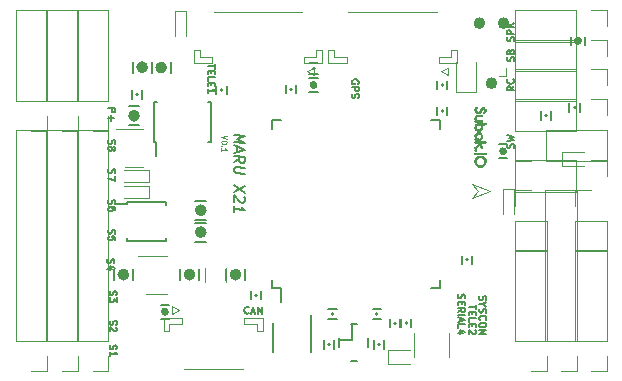
<source format=gbr>
G04 #@! TF.FileFunction,Legend,Top*
%FSLAX46Y46*%
G04 Gerber Fmt 4.6, Leading zero omitted, Abs format (unit mm)*
G04 Created by KiCad (PCBNEW 4.0.7-e2-6376~58~ubuntu16.04.1) date Mon Mar 12 00:56:02 2018*
%MOMM*%
%LPD*%
G01*
G04 APERTURE LIST*
%ADD10C,0.100000*%
%ADD11C,0.150000*%
%ADD12C,0.112500*%
%ADD13C,0.200000*%
%ADD14C,0.120000*%
%ADD15C,0.500000*%
%ADD16C,0.130000*%
%ADD17C,0.170000*%
%ADD18C,0.360000*%
%ADD19C,0.010000*%
G04 APERTURE END LIST*
D10*
D11*
X59257143Y-44157143D02*
X59228571Y-44242857D01*
X59228571Y-44385714D01*
X59257143Y-44442857D01*
X59285714Y-44471428D01*
X59342857Y-44500000D01*
X59400000Y-44500000D01*
X59457143Y-44471428D01*
X59485714Y-44442857D01*
X59514286Y-44385714D01*
X59542857Y-44271428D01*
X59571429Y-44214286D01*
X59600000Y-44185714D01*
X59657143Y-44157143D01*
X59714286Y-44157143D01*
X59771429Y-44185714D01*
X59800000Y-44214286D01*
X59828571Y-44271428D01*
X59828571Y-44414286D01*
X59800000Y-44500000D01*
X59514286Y-44871429D02*
X59228571Y-44871429D01*
X59828571Y-44671429D02*
X59514286Y-44871429D01*
X59828571Y-45071429D01*
X59257143Y-45242858D02*
X59228571Y-45328572D01*
X59228571Y-45471429D01*
X59257143Y-45528572D01*
X59285714Y-45557143D01*
X59342857Y-45585715D01*
X59400000Y-45585715D01*
X59457143Y-45557143D01*
X59485714Y-45528572D01*
X59514286Y-45471429D01*
X59542857Y-45357143D01*
X59571429Y-45300001D01*
X59600000Y-45271429D01*
X59657143Y-45242858D01*
X59714286Y-45242858D01*
X59771429Y-45271429D01*
X59800000Y-45300001D01*
X59828571Y-45357143D01*
X59828571Y-45500001D01*
X59800000Y-45585715D01*
X59285714Y-46185715D02*
X59257143Y-46157144D01*
X59228571Y-46071430D01*
X59228571Y-46014287D01*
X59257143Y-45928572D01*
X59314286Y-45871430D01*
X59371429Y-45842858D01*
X59485714Y-45814287D01*
X59571429Y-45814287D01*
X59685714Y-45842858D01*
X59742857Y-45871430D01*
X59800000Y-45928572D01*
X59828571Y-46014287D01*
X59828571Y-46071430D01*
X59800000Y-46157144D01*
X59771429Y-46185715D01*
X59828571Y-46557144D02*
X59828571Y-46671430D01*
X59800000Y-46728572D01*
X59742857Y-46785715D01*
X59628571Y-46814287D01*
X59428571Y-46814287D01*
X59314286Y-46785715D01*
X59257143Y-46728572D01*
X59228571Y-46671430D01*
X59228571Y-46557144D01*
X59257143Y-46500001D01*
X59314286Y-46442858D01*
X59428571Y-46414287D01*
X59628571Y-46414287D01*
X59742857Y-46442858D01*
X59800000Y-46500001D01*
X59828571Y-46557144D01*
X59228571Y-47071429D02*
X59828571Y-47071429D01*
X59228571Y-47414286D01*
X59828571Y-47414286D01*
X58928571Y-44957143D02*
X58928571Y-45300000D01*
X58328571Y-45128571D02*
X58928571Y-45128571D01*
X58642857Y-45500000D02*
X58642857Y-45700000D01*
X58328571Y-45785714D02*
X58328571Y-45500000D01*
X58928571Y-45500000D01*
X58928571Y-45785714D01*
X58328571Y-46328571D02*
X58328571Y-46042857D01*
X58928571Y-46042857D01*
X58642857Y-46528571D02*
X58642857Y-46728571D01*
X58328571Y-46814285D02*
X58328571Y-46528571D01*
X58928571Y-46528571D01*
X58928571Y-46814285D01*
X58871429Y-47042857D02*
X58900000Y-47071428D01*
X58928571Y-47128571D01*
X58928571Y-47271428D01*
X58900000Y-47328571D01*
X58871429Y-47357142D01*
X58814286Y-47385714D01*
X58757143Y-47385714D01*
X58671429Y-47357142D01*
X58328571Y-47014285D01*
X58328571Y-47385714D01*
X57457143Y-44028572D02*
X57428571Y-44114286D01*
X57428571Y-44257143D01*
X57457143Y-44314286D01*
X57485714Y-44342857D01*
X57542857Y-44371429D01*
X57600000Y-44371429D01*
X57657143Y-44342857D01*
X57685714Y-44314286D01*
X57714286Y-44257143D01*
X57742857Y-44142857D01*
X57771429Y-44085715D01*
X57800000Y-44057143D01*
X57857143Y-44028572D01*
X57914286Y-44028572D01*
X57971429Y-44057143D01*
X58000000Y-44085715D01*
X58028571Y-44142857D01*
X58028571Y-44285715D01*
X58000000Y-44371429D01*
X57742857Y-44628572D02*
X57742857Y-44828572D01*
X57428571Y-44914286D02*
X57428571Y-44628572D01*
X58028571Y-44628572D01*
X58028571Y-44914286D01*
X57428571Y-45514286D02*
X57714286Y-45314286D01*
X57428571Y-45171429D02*
X58028571Y-45171429D01*
X58028571Y-45400001D01*
X58000000Y-45457143D01*
X57971429Y-45485715D01*
X57914286Y-45514286D01*
X57828571Y-45514286D01*
X57771429Y-45485715D01*
X57742857Y-45457143D01*
X57714286Y-45400001D01*
X57714286Y-45171429D01*
X57428571Y-45771429D02*
X58028571Y-45771429D01*
X57600000Y-46028572D02*
X57600000Y-46314286D01*
X57428571Y-45971429D02*
X58028571Y-46171429D01*
X57428571Y-46371429D01*
X57428571Y-46857143D02*
X57428571Y-46571429D01*
X58028571Y-46571429D01*
X57828571Y-47314286D02*
X57428571Y-47314286D01*
X58057143Y-47171429D02*
X57628571Y-47028572D01*
X57628571Y-47400000D01*
X62142857Y-31614285D02*
X62171429Y-31528571D01*
X62171429Y-31385714D01*
X62142857Y-31328571D01*
X62114286Y-31300000D01*
X62057143Y-31271428D01*
X62000000Y-31271428D01*
X61942857Y-31300000D01*
X61914286Y-31328571D01*
X61885714Y-31385714D01*
X61857143Y-31500000D01*
X61828571Y-31557142D01*
X61800000Y-31585714D01*
X61742857Y-31614285D01*
X61685714Y-31614285D01*
X61628571Y-31585714D01*
X61600000Y-31557142D01*
X61571429Y-31500000D01*
X61571429Y-31357142D01*
X61600000Y-31271428D01*
X61571429Y-31071428D02*
X62171429Y-30928571D01*
X61742857Y-30814285D01*
X62171429Y-30699999D01*
X61571429Y-30557142D01*
X27828571Y-28271429D02*
X28428571Y-28271429D01*
X28428571Y-28500001D01*
X28400000Y-28557143D01*
X28371429Y-28585715D01*
X28314286Y-28614286D01*
X28228571Y-28614286D01*
X28171429Y-28585715D01*
X28142857Y-28557143D01*
X28114286Y-28500001D01*
X28114286Y-28271429D01*
X28057143Y-28871429D02*
X28057143Y-29328572D01*
X27828571Y-29100001D02*
X28285714Y-29100001D01*
X27857143Y-30942857D02*
X27828571Y-31028571D01*
X27828571Y-31171428D01*
X27857143Y-31228571D01*
X27885714Y-31257142D01*
X27942857Y-31285714D01*
X28000000Y-31285714D01*
X28057143Y-31257142D01*
X28085714Y-31228571D01*
X28114286Y-31171428D01*
X28142857Y-31057142D01*
X28171429Y-31000000D01*
X28200000Y-30971428D01*
X28257143Y-30942857D01*
X28314286Y-30942857D01*
X28371429Y-30971428D01*
X28400000Y-31000000D01*
X28428571Y-31057142D01*
X28428571Y-31200000D01*
X28400000Y-31285714D01*
X28171429Y-31628571D02*
X28200000Y-31571429D01*
X28228571Y-31542857D01*
X28285714Y-31514286D01*
X28314286Y-31514286D01*
X28371429Y-31542857D01*
X28400000Y-31571429D01*
X28428571Y-31628571D01*
X28428571Y-31742857D01*
X28400000Y-31800000D01*
X28371429Y-31828571D01*
X28314286Y-31857143D01*
X28285714Y-31857143D01*
X28228571Y-31828571D01*
X28200000Y-31800000D01*
X28171429Y-31742857D01*
X28171429Y-31628571D01*
X28142857Y-31571429D01*
X28114286Y-31542857D01*
X28057143Y-31514286D01*
X27942857Y-31514286D01*
X27885714Y-31542857D01*
X27857143Y-31571429D01*
X27828571Y-31628571D01*
X27828571Y-31742857D01*
X27857143Y-31800000D01*
X27885714Y-31828571D01*
X27942857Y-31857143D01*
X28057143Y-31857143D01*
X28114286Y-31828571D01*
X28142857Y-31800000D01*
X28171429Y-31742857D01*
X27857143Y-33442857D02*
X27828571Y-33528571D01*
X27828571Y-33671428D01*
X27857143Y-33728571D01*
X27885714Y-33757142D01*
X27942857Y-33785714D01*
X28000000Y-33785714D01*
X28057143Y-33757142D01*
X28085714Y-33728571D01*
X28114286Y-33671428D01*
X28142857Y-33557142D01*
X28171429Y-33500000D01*
X28200000Y-33471428D01*
X28257143Y-33442857D01*
X28314286Y-33442857D01*
X28371429Y-33471428D01*
X28400000Y-33500000D01*
X28428571Y-33557142D01*
X28428571Y-33700000D01*
X28400000Y-33785714D01*
X28428571Y-33985714D02*
X28428571Y-34385714D01*
X27828571Y-34128571D01*
X27857143Y-36042857D02*
X27828571Y-36128571D01*
X27828571Y-36271428D01*
X27857143Y-36328571D01*
X27885714Y-36357142D01*
X27942857Y-36385714D01*
X28000000Y-36385714D01*
X28057143Y-36357142D01*
X28085714Y-36328571D01*
X28114286Y-36271428D01*
X28142857Y-36157142D01*
X28171429Y-36100000D01*
X28200000Y-36071428D01*
X28257143Y-36042857D01*
X28314286Y-36042857D01*
X28371429Y-36071428D01*
X28400000Y-36100000D01*
X28428571Y-36157142D01*
X28428571Y-36300000D01*
X28400000Y-36385714D01*
X28428571Y-36900000D02*
X28428571Y-36785714D01*
X28400000Y-36728571D01*
X28371429Y-36700000D01*
X28285714Y-36642857D01*
X28171429Y-36614286D01*
X27942857Y-36614286D01*
X27885714Y-36642857D01*
X27857143Y-36671429D01*
X27828571Y-36728571D01*
X27828571Y-36842857D01*
X27857143Y-36900000D01*
X27885714Y-36928571D01*
X27942857Y-36957143D01*
X28085714Y-36957143D01*
X28142857Y-36928571D01*
X28171429Y-36900000D01*
X28200000Y-36842857D01*
X28200000Y-36728571D01*
X28171429Y-36671429D01*
X28142857Y-36642857D01*
X28085714Y-36614286D01*
X27857143Y-38542857D02*
X27828571Y-38628571D01*
X27828571Y-38771428D01*
X27857143Y-38828571D01*
X27885714Y-38857142D01*
X27942857Y-38885714D01*
X28000000Y-38885714D01*
X28057143Y-38857142D01*
X28085714Y-38828571D01*
X28114286Y-38771428D01*
X28142857Y-38657142D01*
X28171429Y-38600000D01*
X28200000Y-38571428D01*
X28257143Y-38542857D01*
X28314286Y-38542857D01*
X28371429Y-38571428D01*
X28400000Y-38600000D01*
X28428571Y-38657142D01*
X28428571Y-38800000D01*
X28400000Y-38885714D01*
X28428571Y-39428571D02*
X28428571Y-39142857D01*
X28142857Y-39114286D01*
X28171429Y-39142857D01*
X28200000Y-39200000D01*
X28200000Y-39342857D01*
X28171429Y-39400000D01*
X28142857Y-39428571D01*
X28085714Y-39457143D01*
X27942857Y-39457143D01*
X27885714Y-39428571D01*
X27857143Y-39400000D01*
X27828571Y-39342857D01*
X27828571Y-39200000D01*
X27857143Y-39142857D01*
X27885714Y-39114286D01*
X27757143Y-41042857D02*
X27728571Y-41128571D01*
X27728571Y-41271428D01*
X27757143Y-41328571D01*
X27785714Y-41357142D01*
X27842857Y-41385714D01*
X27900000Y-41385714D01*
X27957143Y-41357142D01*
X27985714Y-41328571D01*
X28014286Y-41271428D01*
X28042857Y-41157142D01*
X28071429Y-41100000D01*
X28100000Y-41071428D01*
X28157143Y-41042857D01*
X28214286Y-41042857D01*
X28271429Y-41071428D01*
X28300000Y-41100000D01*
X28328571Y-41157142D01*
X28328571Y-41300000D01*
X28300000Y-41385714D01*
X28128571Y-41900000D02*
X27728571Y-41900000D01*
X28357143Y-41757143D02*
X27928571Y-41614286D01*
X27928571Y-41985714D01*
X27957143Y-43742857D02*
X27928571Y-43828571D01*
X27928571Y-43971428D01*
X27957143Y-44028571D01*
X27985714Y-44057142D01*
X28042857Y-44085714D01*
X28100000Y-44085714D01*
X28157143Y-44057142D01*
X28185714Y-44028571D01*
X28214286Y-43971428D01*
X28242857Y-43857142D01*
X28271429Y-43800000D01*
X28300000Y-43771428D01*
X28357143Y-43742857D01*
X28414286Y-43742857D01*
X28471429Y-43771428D01*
X28500000Y-43800000D01*
X28528571Y-43857142D01*
X28528571Y-44000000D01*
X28500000Y-44085714D01*
X28528571Y-44285714D02*
X28528571Y-44657143D01*
X28300000Y-44457143D01*
X28300000Y-44542857D01*
X28271429Y-44600000D01*
X28242857Y-44628571D01*
X28185714Y-44657143D01*
X28042857Y-44657143D01*
X27985714Y-44628571D01*
X27957143Y-44600000D01*
X27928571Y-44542857D01*
X27928571Y-44371429D01*
X27957143Y-44314286D01*
X27985714Y-44285714D01*
X27957143Y-46242857D02*
X27928571Y-46328571D01*
X27928571Y-46471428D01*
X27957143Y-46528571D01*
X27985714Y-46557142D01*
X28042857Y-46585714D01*
X28100000Y-46585714D01*
X28157143Y-46557142D01*
X28185714Y-46528571D01*
X28214286Y-46471428D01*
X28242857Y-46357142D01*
X28271429Y-46300000D01*
X28300000Y-46271428D01*
X28357143Y-46242857D01*
X28414286Y-46242857D01*
X28471429Y-46271428D01*
X28500000Y-46300000D01*
X28528571Y-46357142D01*
X28528571Y-46500000D01*
X28500000Y-46585714D01*
X28471429Y-46814286D02*
X28500000Y-46842857D01*
X28528571Y-46900000D01*
X28528571Y-47042857D01*
X28500000Y-47100000D01*
X28471429Y-47128571D01*
X28414286Y-47157143D01*
X28357143Y-47157143D01*
X28271429Y-47128571D01*
X27928571Y-46785714D01*
X27928571Y-47157143D01*
X62142857Y-22571428D02*
X62171429Y-22485714D01*
X62171429Y-22342857D01*
X62142857Y-22285714D01*
X62114286Y-22257143D01*
X62057143Y-22228571D01*
X62000000Y-22228571D01*
X61942857Y-22257143D01*
X61914286Y-22285714D01*
X61885714Y-22342857D01*
X61857143Y-22457143D01*
X61828571Y-22514285D01*
X61800000Y-22542857D01*
X61742857Y-22571428D01*
X61685714Y-22571428D01*
X61628571Y-22542857D01*
X61600000Y-22514285D01*
X61571429Y-22457143D01*
X61571429Y-22314285D01*
X61600000Y-22228571D01*
X62171429Y-21971428D02*
X61571429Y-21971428D01*
X61571429Y-21742856D01*
X61600000Y-21685714D01*
X61628571Y-21657142D01*
X61685714Y-21628571D01*
X61771429Y-21628571D01*
X61828571Y-21657142D01*
X61857143Y-21685714D01*
X61885714Y-21742856D01*
X61885714Y-21971428D01*
X62171429Y-21371428D02*
X61571429Y-21371428D01*
X62171429Y-21028571D02*
X61828571Y-21285714D01*
X61571429Y-21028571D02*
X61914286Y-21371428D01*
X62142857Y-24271428D02*
X62171429Y-24185714D01*
X62171429Y-24042857D01*
X62142857Y-23985714D01*
X62114286Y-23957143D01*
X62057143Y-23928571D01*
X62000000Y-23928571D01*
X61942857Y-23957143D01*
X61914286Y-23985714D01*
X61885714Y-24042857D01*
X61857143Y-24157143D01*
X61828571Y-24214285D01*
X61800000Y-24242857D01*
X61742857Y-24271428D01*
X61685714Y-24271428D01*
X61628571Y-24242857D01*
X61600000Y-24214285D01*
X61571429Y-24157143D01*
X61571429Y-24014285D01*
X61600000Y-23928571D01*
X61857143Y-23471428D02*
X61885714Y-23385714D01*
X61914286Y-23357142D01*
X61971429Y-23328571D01*
X62057143Y-23328571D01*
X62114286Y-23357142D01*
X62142857Y-23385714D01*
X62171429Y-23442856D01*
X62171429Y-23671428D01*
X61571429Y-23671428D01*
X61571429Y-23471428D01*
X61600000Y-23414285D01*
X61628571Y-23385714D01*
X61685714Y-23357142D01*
X61742857Y-23357142D01*
X61800000Y-23385714D01*
X61828571Y-23414285D01*
X61857143Y-23471428D01*
X61857143Y-23671428D01*
X62171429Y-26414286D02*
X61885714Y-26614286D01*
X62171429Y-26757143D02*
X61571429Y-26757143D01*
X61571429Y-26528571D01*
X61600000Y-26471429D01*
X61628571Y-26442857D01*
X61685714Y-26414286D01*
X61771429Y-26414286D01*
X61828571Y-26442857D01*
X61857143Y-26471429D01*
X61885714Y-26528571D01*
X61885714Y-26757143D01*
X62114286Y-25814286D02*
X62142857Y-25842857D01*
X62171429Y-25928571D01*
X62171429Y-25985714D01*
X62142857Y-26071429D01*
X62085714Y-26128571D01*
X62028571Y-26157143D01*
X61914286Y-26185714D01*
X61828571Y-26185714D01*
X61714286Y-26157143D01*
X61657143Y-26128571D01*
X61600000Y-26071429D01*
X61571429Y-25985714D01*
X61571429Y-25928571D01*
X61600000Y-25842857D01*
X61628571Y-25814286D01*
X27957143Y-48342857D02*
X27928571Y-48428571D01*
X27928571Y-48571428D01*
X27957143Y-48628571D01*
X27985714Y-48657142D01*
X28042857Y-48685714D01*
X28100000Y-48685714D01*
X28157143Y-48657142D01*
X28185714Y-48628571D01*
X28214286Y-48571428D01*
X28242857Y-48457142D01*
X28271429Y-48400000D01*
X28300000Y-48371428D01*
X28357143Y-48342857D01*
X28414286Y-48342857D01*
X28471429Y-48371428D01*
X28500000Y-48400000D01*
X28528571Y-48457142D01*
X28528571Y-48600000D01*
X28500000Y-48685714D01*
X27928571Y-49257143D02*
X27928571Y-48914286D01*
X27928571Y-49085714D02*
X28528571Y-49085714D01*
X28442857Y-49028571D01*
X28385714Y-48971429D01*
X28357143Y-48914286D01*
X36828571Y-24557143D02*
X36828571Y-24900000D01*
X36228571Y-24728571D02*
X36828571Y-24728571D01*
X36542857Y-25100000D02*
X36542857Y-25300000D01*
X36228571Y-25385714D02*
X36228571Y-25100000D01*
X36828571Y-25100000D01*
X36828571Y-25385714D01*
X36228571Y-25928571D02*
X36228571Y-25642857D01*
X36828571Y-25642857D01*
X36542857Y-26128571D02*
X36542857Y-26328571D01*
X36228571Y-26414285D02*
X36228571Y-26128571D01*
X36828571Y-26128571D01*
X36828571Y-26414285D01*
X36228571Y-26985714D02*
X36228571Y-26642857D01*
X36228571Y-26814285D02*
X36828571Y-26814285D01*
X36742857Y-26757142D01*
X36685714Y-26700000D01*
X36657143Y-26642857D01*
X49000000Y-26171429D02*
X49028571Y-26114286D01*
X49028571Y-26028572D01*
X49000000Y-25942857D01*
X48942857Y-25885715D01*
X48885714Y-25857143D01*
X48771429Y-25828572D01*
X48685714Y-25828572D01*
X48571429Y-25857143D01*
X48514286Y-25885715D01*
X48457143Y-25942857D01*
X48428571Y-26028572D01*
X48428571Y-26085715D01*
X48457143Y-26171429D01*
X48485714Y-26200000D01*
X48685714Y-26200000D01*
X48685714Y-26085715D01*
X48428571Y-26457143D02*
X49028571Y-26457143D01*
X49028571Y-26685715D01*
X49000000Y-26742857D01*
X48971429Y-26771429D01*
X48914286Y-26800000D01*
X48828571Y-26800000D01*
X48771429Y-26771429D01*
X48742857Y-26742857D01*
X48714286Y-26685715D01*
X48714286Y-26457143D01*
X48457143Y-27028572D02*
X48428571Y-27114286D01*
X48428571Y-27257143D01*
X48457143Y-27314286D01*
X48485714Y-27342857D01*
X48542857Y-27371429D01*
X48600000Y-27371429D01*
X48657143Y-27342857D01*
X48685714Y-27314286D01*
X48714286Y-27257143D01*
X48742857Y-27142857D01*
X48771429Y-27085715D01*
X48800000Y-27057143D01*
X48857143Y-27028572D01*
X48914286Y-27028572D01*
X48971429Y-27057143D01*
X49000000Y-27085715D01*
X49028571Y-27142857D01*
X49028571Y-27285715D01*
X49000000Y-27371429D01*
X39714286Y-45614286D02*
X39685715Y-45642857D01*
X39600001Y-45671429D01*
X39542858Y-45671429D01*
X39457143Y-45642857D01*
X39400001Y-45585714D01*
X39371429Y-45528571D01*
X39342858Y-45414286D01*
X39342858Y-45328571D01*
X39371429Y-45214286D01*
X39400001Y-45157143D01*
X39457143Y-45100000D01*
X39542858Y-45071429D01*
X39600001Y-45071429D01*
X39685715Y-45100000D01*
X39714286Y-45128571D01*
X39942858Y-45500000D02*
X40228572Y-45500000D01*
X39885715Y-45671429D02*
X40085715Y-45071429D01*
X40285715Y-45671429D01*
X40485715Y-45671429D02*
X40485715Y-45071429D01*
X40828572Y-45671429D01*
X40828572Y-45071429D01*
D12*
X37846429Y-30585715D02*
X37396429Y-30735715D01*
X37846429Y-30885715D01*
X37846429Y-31121429D02*
X37846429Y-31164286D01*
X37825000Y-31207143D01*
X37803571Y-31228572D01*
X37760714Y-31250001D01*
X37675000Y-31271429D01*
X37567857Y-31271429D01*
X37482143Y-31250001D01*
X37439286Y-31228572D01*
X37417857Y-31207143D01*
X37396429Y-31164286D01*
X37396429Y-31121429D01*
X37417857Y-31078572D01*
X37439286Y-31057143D01*
X37482143Y-31035715D01*
X37567857Y-31014286D01*
X37675000Y-31014286D01*
X37760714Y-31035715D01*
X37803571Y-31057143D01*
X37825000Y-31078572D01*
X37846429Y-31121429D01*
X37439286Y-31464286D02*
X37417857Y-31485714D01*
X37396429Y-31464286D01*
X37417857Y-31442857D01*
X37439286Y-31464286D01*
X37396429Y-31464286D01*
X37396429Y-31914286D02*
X37396429Y-31657143D01*
X37396429Y-31785715D02*
X37846429Y-31785715D01*
X37782143Y-31742858D01*
X37739286Y-31700000D01*
X37717857Y-31657143D01*
D13*
X38492857Y-30513393D02*
X39392857Y-30625893D01*
X38750000Y-30845536D01*
X39392857Y-31225893D01*
X38492857Y-31113393D01*
X38750000Y-31531250D02*
X38750000Y-31959821D01*
X38492857Y-31413392D02*
X39392857Y-31825892D01*
X38492857Y-32013392D01*
X38492857Y-32827678D02*
X38921429Y-32581250D01*
X38492857Y-32313393D02*
X39392857Y-32425893D01*
X39392857Y-32768750D01*
X39350000Y-32849107D01*
X39307143Y-32886607D01*
X39221429Y-32918750D01*
X39092857Y-32902678D01*
X39007143Y-32849107D01*
X38964286Y-32800893D01*
X38921429Y-32709822D01*
X38921429Y-32366965D01*
X39392857Y-33325893D02*
X38664286Y-33234822D01*
X38578571Y-33266964D01*
X38535714Y-33304464D01*
X38492857Y-33384821D01*
X38492857Y-33556250D01*
X38535714Y-33647321D01*
X38578571Y-33695535D01*
X38664286Y-33749107D01*
X39392857Y-33840178D01*
X39392857Y-34868749D02*
X38492857Y-35356249D01*
X39392857Y-35468749D02*
X38492857Y-34756249D01*
X39307143Y-35758036D02*
X39350000Y-35806250D01*
X39392857Y-35897321D01*
X39392857Y-36111607D01*
X39350000Y-36191964D01*
X39307143Y-36229464D01*
X39221429Y-36261607D01*
X39135714Y-36250892D01*
X39007143Y-36191964D01*
X38492857Y-35613392D01*
X38492857Y-36170535D01*
X38492857Y-37027678D02*
X38492857Y-36513393D01*
X38492857Y-36770535D02*
X39392857Y-36883035D01*
X39264286Y-36781250D01*
X39178571Y-36684821D01*
X39135714Y-36593750D01*
D10*
X59100000Y-35300000D02*
X58600000Y-34700000D01*
X58600000Y-35900000D02*
X59100000Y-35300000D01*
X60100000Y-35300000D02*
X58600000Y-35900000D01*
X58600000Y-34700000D02*
X60100000Y-35300000D01*
D14*
X66250000Y-31950000D02*
X66250000Y-33150000D01*
X68100000Y-31950000D02*
X66250000Y-31950000D01*
X68100000Y-33150000D02*
X66250000Y-33150000D01*
X67370000Y-40370000D02*
X70030000Y-40370000D01*
X67370000Y-37770000D02*
X67370000Y-40370000D01*
X70030000Y-37770000D02*
X70030000Y-40370000D01*
X67370000Y-37770000D02*
X70030000Y-37770000D01*
X67370000Y-36500000D02*
X67370000Y-35170000D01*
X67370000Y-35170000D02*
X68700000Y-35170000D01*
X62270000Y-40370000D02*
X64930000Y-40370000D01*
X62270000Y-37770000D02*
X62270000Y-40370000D01*
X64930000Y-37770000D02*
X64930000Y-40370000D01*
X62270000Y-37770000D02*
X64930000Y-37770000D01*
X62270000Y-36500000D02*
X62270000Y-35170000D01*
X62270000Y-35170000D02*
X63600000Y-35170000D01*
X22630000Y-19950000D02*
X19970000Y-19950000D01*
X22630000Y-27630000D02*
X22630000Y-19950000D01*
X19970000Y-27630000D02*
X19970000Y-19950000D01*
X22630000Y-27630000D02*
X19970000Y-27630000D01*
X22630000Y-28900000D02*
X22630000Y-30230000D01*
X22630000Y-30230000D02*
X21300000Y-30230000D01*
X25230000Y-19950000D02*
X22570000Y-19950000D01*
X25230000Y-27630000D02*
X25230000Y-19950000D01*
X22570000Y-27630000D02*
X22570000Y-19950000D01*
X25230000Y-27630000D02*
X22570000Y-27630000D01*
X25230000Y-28900000D02*
X25230000Y-30230000D01*
X25230000Y-30230000D02*
X23900000Y-30230000D01*
X27830000Y-19950000D02*
X25170000Y-19950000D01*
X27830000Y-27630000D02*
X27830000Y-19950000D01*
X25170000Y-27630000D02*
X25170000Y-19950000D01*
X27830000Y-27630000D02*
X25170000Y-27630000D01*
X27830000Y-28900000D02*
X27830000Y-30230000D01*
X27830000Y-30230000D02*
X26500000Y-30230000D01*
X36020000Y-42950000D02*
X36020000Y-41750000D01*
X37780000Y-41750000D02*
X37780000Y-42950000D01*
X62200000Y-35100000D02*
X61200000Y-35100000D01*
X61200000Y-35100000D02*
X61200000Y-37200000D01*
X62200000Y-35100000D02*
X62200000Y-37200000D01*
X29200000Y-33200000D02*
X30800000Y-33200000D01*
X30800000Y-30000000D02*
X28500000Y-30000000D01*
X70030000Y-40250000D02*
X67370000Y-40250000D01*
X70030000Y-47930000D02*
X70030000Y-40250000D01*
X67370000Y-47930000D02*
X67370000Y-40250000D01*
X70030000Y-47930000D02*
X67370000Y-47930000D01*
X70030000Y-49200000D02*
X70030000Y-50530000D01*
X70030000Y-50530000D02*
X68700000Y-50530000D01*
X67480000Y-35170000D02*
X64820000Y-35170000D01*
X67480000Y-47930000D02*
X67480000Y-35170000D01*
X64820000Y-47930000D02*
X64820000Y-35170000D01*
X67480000Y-47930000D02*
X64820000Y-47930000D01*
X67480000Y-49200000D02*
X67480000Y-50530000D01*
X67480000Y-50530000D02*
X66150000Y-50530000D01*
X64930000Y-40250000D02*
X62270000Y-40250000D01*
X64930000Y-47930000D02*
X64930000Y-40250000D01*
X62270000Y-47930000D02*
X62270000Y-40250000D01*
X64930000Y-47930000D02*
X62270000Y-47930000D01*
X64930000Y-49200000D02*
X64930000Y-50530000D01*
X64930000Y-50530000D02*
X63600000Y-50530000D01*
X62290000Y-19970000D02*
X62290000Y-22630000D01*
X67430000Y-19970000D02*
X62290000Y-19970000D01*
X67430000Y-22630000D02*
X62290000Y-22630000D01*
X67430000Y-19970000D02*
X67430000Y-22630000D01*
X68700000Y-19970000D02*
X70030000Y-19970000D01*
X70030000Y-19970000D02*
X70030000Y-21300000D01*
X62290000Y-22470000D02*
X62290000Y-25130000D01*
X67430000Y-22470000D02*
X62290000Y-22470000D01*
X67430000Y-25130000D02*
X62290000Y-25130000D01*
X67430000Y-22470000D02*
X67430000Y-25130000D01*
X68700000Y-22470000D02*
X70030000Y-22470000D01*
X70030000Y-22470000D02*
X70030000Y-23800000D01*
X62290000Y-24970000D02*
X62290000Y-27630000D01*
X67430000Y-24970000D02*
X62290000Y-24970000D01*
X67430000Y-27630000D02*
X62290000Y-27630000D01*
X67430000Y-24970000D02*
X67430000Y-27630000D01*
X68700000Y-24970000D02*
X70030000Y-24970000D01*
X70030000Y-24970000D02*
X70030000Y-26300000D01*
X62290000Y-27495000D02*
X62290000Y-30155000D01*
X67430000Y-27495000D02*
X62290000Y-27495000D01*
X67430000Y-30155000D02*
X62290000Y-30155000D01*
X67430000Y-27495000D02*
X67430000Y-30155000D01*
X68700000Y-27495000D02*
X70030000Y-27495000D01*
X70030000Y-27495000D02*
X70030000Y-28825000D01*
X70010000Y-32730000D02*
X70010000Y-30070000D01*
X64870000Y-32730000D02*
X70010000Y-32730000D01*
X64870000Y-30070000D02*
X70010000Y-30070000D01*
X64870000Y-32730000D02*
X64870000Y-30070000D01*
X63600000Y-32730000D02*
X62270000Y-32730000D01*
X62270000Y-32730000D02*
X62270000Y-31400000D01*
X62290000Y-32670000D02*
X62290000Y-35330000D01*
X67430000Y-32670000D02*
X62290000Y-32670000D01*
X67430000Y-35330000D02*
X62290000Y-35330000D01*
X67430000Y-32670000D02*
X67430000Y-35330000D01*
X68700000Y-32670000D02*
X70030000Y-32670000D01*
X70030000Y-32670000D02*
X70030000Y-34000000D01*
X22630000Y-30090000D02*
X19970000Y-30090000D01*
X22630000Y-47930000D02*
X22630000Y-30090000D01*
X19970000Y-47930000D02*
X19970000Y-30090000D01*
X22630000Y-47930000D02*
X19970000Y-47930000D01*
X22630000Y-49200000D02*
X22630000Y-50530000D01*
X22630000Y-50530000D02*
X21300000Y-50530000D01*
X25230000Y-30090000D02*
X22570000Y-30090000D01*
X25230000Y-47930000D02*
X25230000Y-30090000D01*
X22570000Y-47930000D02*
X22570000Y-30090000D01*
X25230000Y-47930000D02*
X22570000Y-47930000D01*
X25230000Y-49200000D02*
X25230000Y-50530000D01*
X25230000Y-50530000D02*
X23900000Y-50530000D01*
X27830000Y-30090000D02*
X25170000Y-30090000D01*
X27830000Y-47930000D02*
X27830000Y-30090000D01*
X25170000Y-47930000D02*
X25170000Y-30090000D01*
X27830000Y-47930000D02*
X25170000Y-47930000D01*
X27830000Y-49200000D02*
X27830000Y-50530000D01*
X27830000Y-50530000D02*
X26500000Y-50530000D01*
D15*
X60515599Y-26139401D02*
G75*
G03X60515599Y-26139401I-250599J0D01*
G01*
D14*
X61535000Y-25505000D02*
X60900000Y-25505000D01*
X61535000Y-24870000D02*
X61535000Y-25505000D01*
D15*
X59495599Y-21060000D02*
G75*
G03X59495599Y-21060000I-250599J0D01*
G01*
X61535599Y-21060000D02*
G75*
G03X61535599Y-21060000I-250599J0D01*
G01*
D14*
X34440000Y-20020000D02*
X33440000Y-20020000D01*
X33440000Y-20020000D02*
X33440000Y-22120000D01*
X34440000Y-20020000D02*
X34440000Y-22120000D01*
D11*
X41775000Y-46462500D02*
X41775000Y-48912500D01*
X45025000Y-45737500D02*
X45025000Y-48912500D01*
D14*
X51500000Y-48700000D02*
X51500000Y-49900000D01*
X53350000Y-48700000D02*
X51500000Y-48700000D01*
X53350000Y-49900000D02*
X51500000Y-49900000D01*
D11*
X31675000Y-31125000D02*
X31900000Y-31125000D01*
X31675000Y-27775000D02*
X31975000Y-27775000D01*
X36525000Y-27775000D02*
X36225000Y-27775000D01*
X36525000Y-31125000D02*
X36225000Y-31125000D01*
X31675000Y-31125000D02*
X31675000Y-27775000D01*
X36525000Y-31125000D02*
X36525000Y-27775000D01*
X31900000Y-31125000D02*
X31900000Y-32350000D01*
D14*
X31000000Y-44010000D02*
X32800000Y-44010000D01*
X32800000Y-40790000D02*
X30350000Y-40790000D01*
D11*
X29425000Y-36225000D02*
X29425000Y-36350000D01*
X32675000Y-36225000D02*
X32675000Y-36440000D01*
X32675000Y-39475000D02*
X32675000Y-39260000D01*
X29425000Y-39475000D02*
X29425000Y-39260000D01*
X29425000Y-36225000D02*
X32675000Y-36225000D01*
X29425000Y-39475000D02*
X32675000Y-39475000D01*
X29425000Y-36350000D02*
X28500000Y-36350000D01*
D15*
X30250000Y-28900000D02*
G75*
G03X30250000Y-28900000I-250000J0D01*
G01*
D16*
X29550000Y-28100000D02*
X30450000Y-28100000D01*
D11*
X30450000Y-29700000D02*
X29550000Y-29700000D01*
D14*
X31250000Y-34500000D02*
X31250000Y-33500000D01*
X31250000Y-33500000D02*
X29150000Y-33500000D01*
X31250000Y-34500000D02*
X29150000Y-34500000D01*
X31250000Y-35875000D02*
X31250000Y-34875000D01*
X31250000Y-34875000D02*
X29150000Y-34875000D01*
X31250000Y-35875000D02*
X29150000Y-35875000D01*
X57250000Y-26900000D02*
X58950000Y-26900000D01*
X58950000Y-26900000D02*
X58950000Y-24350000D01*
X57250000Y-26900000D02*
X57250000Y-24350000D01*
X34200000Y-50350000D02*
X39200000Y-50350000D01*
X32500000Y-47150000D02*
X32500000Y-46050000D01*
X32500000Y-46050000D02*
X34050000Y-46050000D01*
X34050000Y-46050000D02*
X34050000Y-46550000D01*
X34050000Y-46550000D02*
X33000000Y-46550000D01*
X33000000Y-46550000D02*
X33000000Y-47150000D01*
X33000000Y-47150000D02*
X32500000Y-47150000D01*
X40900000Y-47150000D02*
X40900000Y-46050000D01*
X40900000Y-46050000D02*
X39350000Y-46050000D01*
X39350000Y-46050000D02*
X39350000Y-46550000D01*
X39350000Y-46550000D02*
X40400000Y-46550000D01*
X40400000Y-46550000D02*
X40400000Y-47150000D01*
X40400000Y-47150000D02*
X40900000Y-47150000D01*
X33825000Y-45350000D02*
X33225000Y-45050000D01*
X33225000Y-45050000D02*
X33225000Y-45650000D01*
X33225000Y-45650000D02*
X33825000Y-45350000D01*
X44250000Y-20150000D02*
X36750000Y-20150000D01*
X45950000Y-23350000D02*
X45950000Y-24450000D01*
X45950000Y-24450000D02*
X44400000Y-24450000D01*
X44400000Y-24450000D02*
X44400000Y-23950000D01*
X44400000Y-23950000D02*
X45450000Y-23950000D01*
X45450000Y-23950000D02*
X45450000Y-23350000D01*
X45450000Y-23350000D02*
X45950000Y-23350000D01*
X35050000Y-23350000D02*
X35050000Y-24450000D01*
X35050000Y-24450000D02*
X36600000Y-24450000D01*
X36600000Y-24450000D02*
X36600000Y-23950000D01*
X36600000Y-23950000D02*
X35550000Y-23950000D01*
X35550000Y-23950000D02*
X35550000Y-23350000D01*
X35550000Y-23350000D02*
X35050000Y-23350000D01*
X44625000Y-25150000D02*
X45225000Y-25450000D01*
X45225000Y-25450000D02*
X45225000Y-24850000D01*
X45225000Y-24850000D02*
X44625000Y-25150000D01*
X55650000Y-20150000D02*
X48150000Y-20150000D01*
X57350000Y-23350000D02*
X57350000Y-24450000D01*
X57350000Y-24450000D02*
X55800000Y-24450000D01*
X55800000Y-24450000D02*
X55800000Y-23950000D01*
X55800000Y-23950000D02*
X56850000Y-23950000D01*
X56850000Y-23950000D02*
X56850000Y-23350000D01*
X56850000Y-23350000D02*
X57350000Y-23350000D01*
X46450000Y-23350000D02*
X46450000Y-24450000D01*
X46450000Y-24450000D02*
X48000000Y-24450000D01*
X48000000Y-24450000D02*
X48000000Y-23950000D01*
X48000000Y-23950000D02*
X46950000Y-23950000D01*
X46950000Y-23950000D02*
X46950000Y-23350000D01*
X46950000Y-23350000D02*
X46450000Y-23350000D01*
X56025000Y-25150000D02*
X56625000Y-25450000D01*
X56625000Y-25450000D02*
X56625000Y-24850000D01*
X56625000Y-24850000D02*
X56025000Y-25150000D01*
X56680000Y-49300000D02*
X56680000Y-47300000D01*
X53720000Y-47300000D02*
X53720000Y-49300000D01*
D11*
X41675000Y-43525000D02*
X42435000Y-43525000D01*
X41675000Y-29275000D02*
X42435000Y-29275000D01*
X55925000Y-29275000D02*
X55165000Y-29275000D01*
X55925000Y-43525000D02*
X55165000Y-43525000D01*
X41675000Y-43525000D02*
X41675000Y-42765000D01*
X55925000Y-43525000D02*
X55925000Y-42765000D01*
X55925000Y-29275000D02*
X55925000Y-30035000D01*
X41675000Y-29275000D02*
X41675000Y-30035000D01*
X42435000Y-43525000D02*
X42435000Y-44630011D01*
X48450000Y-47850000D02*
X47350000Y-47850000D01*
X48450000Y-46500000D02*
X48450000Y-47850000D01*
X48850000Y-46500000D02*
X48350000Y-46500000D01*
X49850000Y-48450000D02*
X49850000Y-47750000D01*
X48350000Y-49700000D02*
X48850000Y-49700000D01*
X47350000Y-47750000D02*
X47350000Y-48450000D01*
D17*
X46885000Y-45700000D02*
G75*
G03X46885000Y-45700000I-85000J0D01*
G01*
D16*
X46450000Y-45260000D02*
X47150000Y-45260000D01*
X47150000Y-46140000D02*
X46450000Y-46140000D01*
D17*
X52185000Y-46450000D02*
G75*
G03X52185000Y-46450000I-85000J0D01*
G01*
D16*
X51660000Y-46800000D02*
X51660000Y-46100000D01*
X52540000Y-46100000D02*
X52540000Y-46800000D01*
D17*
X53135000Y-46450000D02*
G75*
G03X53135000Y-46450000I-85000J0D01*
G01*
D16*
X52610000Y-46800000D02*
X52610000Y-46100000D01*
X53490000Y-46100000D02*
X53490000Y-46800000D01*
D17*
X58285000Y-41100000D02*
G75*
G03X58285000Y-41100000I-85000J0D01*
G01*
D16*
X58640000Y-40750000D02*
X58640000Y-41450000D01*
X57760000Y-41450000D02*
X57760000Y-40750000D01*
D17*
X56185000Y-28500000D02*
G75*
G03X56185000Y-28500000I-85000J0D01*
G01*
D16*
X56540000Y-28150000D02*
X56540000Y-28850000D01*
X55660000Y-28850000D02*
X55660000Y-28150000D01*
D17*
X43385000Y-26650000D02*
G75*
G03X43385000Y-26650000I-85000J0D01*
G01*
D16*
X43740000Y-26300000D02*
X43740000Y-27000000D01*
X42860000Y-27000000D02*
X42860000Y-26300000D01*
D17*
X40435000Y-44100000D02*
G75*
G03X40435000Y-44100000I-85000J0D01*
G01*
D16*
X40790000Y-43750000D02*
X40790000Y-44450000D01*
X39910000Y-44450000D02*
X39910000Y-43750000D01*
D15*
X35900000Y-36900000D02*
G75*
G03X35900000Y-36900000I-250000J0D01*
G01*
D16*
X35200000Y-36100000D02*
X36100000Y-36100000D01*
D11*
X36100000Y-37700000D02*
X35200000Y-37700000D01*
D15*
X35900000Y-38750000D02*
G75*
G03X35900000Y-38750000I-250000J0D01*
G01*
D16*
X35200000Y-37950000D02*
X36100000Y-37950000D01*
D11*
X36100000Y-39550000D02*
X35200000Y-39550000D01*
D17*
X50635000Y-45700000D02*
G75*
G03X50635000Y-45700000I-85000J0D01*
G01*
D16*
X50200000Y-45260000D02*
X50900000Y-45260000D01*
X50900000Y-46140000D02*
X50200000Y-46140000D01*
D18*
X61430000Y-31900000D02*
G75*
G03X61430000Y-31900000I-180000J0D01*
G01*
D16*
X61600000Y-32510000D02*
X60900000Y-32510000D01*
X60900000Y-31290000D02*
X61600000Y-31290000D01*
D18*
X45380000Y-26300000D02*
G75*
G03X45380000Y-26300000I-180000J0D01*
G01*
D16*
X44850000Y-25690000D02*
X45550000Y-25690000D01*
X45550000Y-26910000D02*
X44850000Y-26910000D01*
D15*
X29350000Y-42350000D02*
G75*
G03X29350000Y-42350000I-250000J0D01*
G01*
D16*
X29900000Y-41900000D02*
X29900000Y-42800000D01*
D11*
X28300000Y-42800000D02*
X28300000Y-41900000D01*
D17*
X46585000Y-48275000D02*
G75*
G03X46585000Y-48275000I-85000J0D01*
G01*
D16*
X46060000Y-48625000D02*
X46060000Y-47925000D01*
X46940000Y-47925000D02*
X46940000Y-48625000D01*
D17*
X50835000Y-48275000D02*
G75*
G03X50835000Y-48275000I-85000J0D01*
G01*
D16*
X51190000Y-47925000D02*
X51190000Y-48625000D01*
X50310000Y-48625000D02*
X50310000Y-47925000D01*
D17*
X37485000Y-26700000D02*
G75*
G03X37485000Y-26700000I-85000J0D01*
G01*
D16*
X36960000Y-27050000D02*
X36960000Y-26350000D01*
X37840000Y-26350000D02*
X37840000Y-27050000D01*
D15*
X34950000Y-42350000D02*
G75*
G03X34950000Y-42350000I-250000J0D01*
G01*
D16*
X35500000Y-41900000D02*
X35500000Y-42800000D01*
D11*
X33900000Y-42800000D02*
X33900000Y-41900000D01*
D15*
X38850000Y-42350000D02*
G75*
G03X38850000Y-42350000I-250000J0D01*
G01*
D16*
X39400000Y-41900000D02*
X39400000Y-42800000D01*
D11*
X37800000Y-42800000D02*
X37800000Y-41900000D01*
D17*
X67385000Y-28200000D02*
G75*
G03X67385000Y-28200000I-85000J0D01*
G01*
D16*
X66860000Y-28550000D02*
X66860000Y-27850000D01*
X67740000Y-27850000D02*
X67740000Y-28550000D01*
D17*
X64985000Y-28875000D02*
G75*
G03X64985000Y-28875000I-85000J0D01*
G01*
D16*
X65340000Y-28525000D02*
X65340000Y-29225000D01*
X64460000Y-29225000D02*
X64460000Y-28525000D01*
D18*
X67780000Y-22550000D02*
G75*
G03X67780000Y-22550000I-180000J0D01*
G01*
D16*
X68210000Y-22200000D02*
X68210000Y-22900000D01*
X66990000Y-22900000D02*
X66990000Y-22200000D01*
D18*
X32780000Y-45500000D02*
G75*
G03X32780000Y-45500000I-180000J0D01*
G01*
D16*
X32950000Y-46110000D02*
X32250000Y-46110000D01*
X32250000Y-44890000D02*
X32950000Y-44890000D01*
D17*
X30335000Y-27100000D02*
G75*
G03X30335000Y-27100000I-85000J0D01*
G01*
D16*
X29810000Y-27450000D02*
X29810000Y-26750000D01*
X30690000Y-26750000D02*
X30690000Y-27450000D01*
D15*
X30940000Y-24790000D02*
G75*
G03X30940000Y-24790000I-250000J0D01*
G01*
D16*
X31490000Y-24340000D02*
X31490000Y-25240000D01*
D11*
X29890000Y-25240000D02*
X29890000Y-24340000D01*
D15*
X32550000Y-24820000D02*
G75*
G03X32550000Y-24820000I-250000J0D01*
G01*
D16*
X33100000Y-24370000D02*
X33100000Y-25270000D01*
D11*
X31500000Y-25270000D02*
X31500000Y-24370000D01*
D17*
X45285000Y-24900000D02*
G75*
G03X45285000Y-24900000I-85000J0D01*
G01*
D16*
X44850000Y-24460000D02*
X45550000Y-24460000D01*
X45550000Y-25340000D02*
X44850000Y-25340000D01*
D17*
X56185000Y-26300000D02*
G75*
G03X56185000Y-26300000I-85000J0D01*
G01*
D16*
X56540000Y-25950000D02*
X56540000Y-26650000D01*
X55660000Y-26650000D02*
X55660000Y-25950000D01*
D19*
G36*
X59770789Y-28500707D02*
X59729978Y-28580918D01*
X59703760Y-28609237D01*
X59647763Y-28646600D01*
X59603758Y-28652210D01*
X59578571Y-28626438D01*
X59575166Y-28602235D01*
X59589456Y-28557993D01*
X59617500Y-28519833D01*
X59649094Y-28475349D01*
X59659833Y-28439158D01*
X59645324Y-28395631D01*
X59610919Y-28349109D01*
X59570302Y-28315520D01*
X59547302Y-28308167D01*
X59492880Y-28327464D01*
X59443100Y-28378464D01*
X59407575Y-28450829D01*
X59404339Y-28461882D01*
X59366672Y-28545171D01*
X59306975Y-28619857D01*
X59256542Y-28661853D01*
X59209047Y-28682466D01*
X59144947Y-28688915D01*
X59119313Y-28689167D01*
X59044373Y-28685112D01*
X58991280Y-28668311D01*
X58939947Y-28631812D01*
X58930834Y-28623925D01*
X58877604Y-28563508D01*
X58839985Y-28496004D01*
X58834965Y-28481050D01*
X58820828Y-28428786D01*
X58816905Y-28395864D01*
X58823336Y-28360745D01*
X58836049Y-28316537D01*
X58863932Y-28256810D01*
X58906991Y-28200652D01*
X58954692Y-28159055D01*
X58996500Y-28143010D01*
X59001853Y-28143533D01*
X59034540Y-28166771D01*
X59040255Y-28210064D01*
X59018376Y-28260332D01*
X59008015Y-28273013D01*
X58959224Y-28347545D01*
X58951719Y-28421431D01*
X58970043Y-28473877D01*
X59009551Y-28529107D01*
X59062935Y-28555964D01*
X59131573Y-28562167D01*
X59193129Y-28545443D01*
X59246097Y-28503760D01*
X59276279Y-28449846D01*
X59278833Y-28430124D01*
X59297864Y-28353491D01*
X59347674Y-28280200D01*
X59417338Y-28220864D01*
X59495930Y-28186098D01*
X59534995Y-28181246D01*
X59599951Y-28197070D01*
X59671556Y-28237459D01*
X59733297Y-28291538D01*
X59760896Y-28329968D01*
X59782159Y-28411859D01*
X59770789Y-28500707D01*
X59770789Y-28500707D01*
G37*
X59770789Y-28500707D02*
X59729978Y-28580918D01*
X59703760Y-28609237D01*
X59647763Y-28646600D01*
X59603758Y-28652210D01*
X59578571Y-28626438D01*
X59575166Y-28602235D01*
X59589456Y-28557993D01*
X59617500Y-28519833D01*
X59649094Y-28475349D01*
X59659833Y-28439158D01*
X59645324Y-28395631D01*
X59610919Y-28349109D01*
X59570302Y-28315520D01*
X59547302Y-28308167D01*
X59492880Y-28327464D01*
X59443100Y-28378464D01*
X59407575Y-28450829D01*
X59404339Y-28461882D01*
X59366672Y-28545171D01*
X59306975Y-28619857D01*
X59256542Y-28661853D01*
X59209047Y-28682466D01*
X59144947Y-28688915D01*
X59119313Y-28689167D01*
X59044373Y-28685112D01*
X58991280Y-28668311D01*
X58939947Y-28631812D01*
X58930834Y-28623925D01*
X58877604Y-28563508D01*
X58839985Y-28496004D01*
X58834965Y-28481050D01*
X58820828Y-28428786D01*
X58816905Y-28395864D01*
X58823336Y-28360745D01*
X58836049Y-28316537D01*
X58863932Y-28256810D01*
X58906991Y-28200652D01*
X58954692Y-28159055D01*
X58996500Y-28143010D01*
X59001853Y-28143533D01*
X59034540Y-28166771D01*
X59040255Y-28210064D01*
X59018376Y-28260332D01*
X59008015Y-28273013D01*
X58959224Y-28347545D01*
X58951719Y-28421431D01*
X58970043Y-28473877D01*
X59009551Y-28529107D01*
X59062935Y-28555964D01*
X59131573Y-28562167D01*
X59193129Y-28545443D01*
X59246097Y-28503760D01*
X59276279Y-28449846D01*
X59278833Y-28430124D01*
X59297864Y-28353491D01*
X59347674Y-28280200D01*
X59417338Y-28220864D01*
X59495930Y-28186098D01*
X59534995Y-28181246D01*
X59599951Y-28197070D01*
X59671556Y-28237459D01*
X59733297Y-28291538D01*
X59760896Y-28329968D01*
X59782159Y-28411859D01*
X59770789Y-28500707D01*
G36*
X59482949Y-29376814D02*
X59457535Y-29390402D01*
X59399043Y-29400749D01*
X59316596Y-29407844D01*
X59219316Y-29411674D01*
X59116326Y-29412227D01*
X59016746Y-29409490D01*
X58929701Y-29403451D01*
X58864312Y-29394099D01*
X58829701Y-29381420D01*
X58826914Y-29377696D01*
X58830217Y-29338394D01*
X58844347Y-29317177D01*
X58861332Y-29291767D01*
X58860445Y-29257146D01*
X58844376Y-29205439D01*
X58823461Y-29142465D01*
X58817264Y-29098608D01*
X58825732Y-29053315D01*
X58843833Y-28999974D01*
X58879905Y-28919062D01*
X58925863Y-28861730D01*
X58988674Y-28824695D01*
X59075306Y-28804672D01*
X59192726Y-28798380D01*
X59269315Y-28799474D01*
X59365466Y-28802905D01*
X59426944Y-28807640D01*
X59461406Y-28815441D01*
X59476510Y-28828068D01*
X59479915Y-28847284D01*
X59479916Y-28847917D01*
X59476332Y-28867833D01*
X59460384Y-28881176D01*
X59424278Y-28890021D01*
X59360222Y-28896445D01*
X59278833Y-28901506D01*
X59171789Y-28910666D01*
X59087606Y-28924207D01*
X59035326Y-28940607D01*
X59030744Y-28943252D01*
X58973570Y-29002505D01*
X58949352Y-29076968D01*
X58958544Y-29154728D01*
X59001598Y-29223874D01*
X59019483Y-29239835D01*
X59054205Y-29261153D01*
X59098993Y-29273984D01*
X59164704Y-29280239D01*
X59257929Y-29281833D01*
X59369452Y-29285970D01*
X59442730Y-29299329D01*
X59481125Y-29323328D01*
X59488002Y-29359387D01*
X59482949Y-29376814D01*
X59482949Y-29376814D01*
G37*
X59482949Y-29376814D02*
X59457535Y-29390402D01*
X59399043Y-29400749D01*
X59316596Y-29407844D01*
X59219316Y-29411674D01*
X59116326Y-29412227D01*
X59016746Y-29409490D01*
X58929701Y-29403451D01*
X58864312Y-29394099D01*
X58829701Y-29381420D01*
X58826914Y-29377696D01*
X58830217Y-29338394D01*
X58844347Y-29317177D01*
X58861332Y-29291767D01*
X58860445Y-29257146D01*
X58844376Y-29205439D01*
X58823461Y-29142465D01*
X58817264Y-29098608D01*
X58825732Y-29053315D01*
X58843833Y-28999974D01*
X58879905Y-28919062D01*
X58925863Y-28861730D01*
X58988674Y-28824695D01*
X59075306Y-28804672D01*
X59192726Y-28798380D01*
X59269315Y-28799474D01*
X59365466Y-28802905D01*
X59426944Y-28807640D01*
X59461406Y-28815441D01*
X59476510Y-28828068D01*
X59479915Y-28847284D01*
X59479916Y-28847917D01*
X59476332Y-28867833D01*
X59460384Y-28881176D01*
X59424278Y-28890021D01*
X59360222Y-28896445D01*
X59278833Y-28901506D01*
X59171789Y-28910666D01*
X59087606Y-28924207D01*
X59035326Y-28940607D01*
X59030744Y-28943252D01*
X58973570Y-29002505D01*
X58949352Y-29076968D01*
X58958544Y-29154728D01*
X59001598Y-29223874D01*
X59019483Y-29239835D01*
X59054205Y-29261153D01*
X59098993Y-29273984D01*
X59164704Y-29280239D01*
X59257929Y-29281833D01*
X59369452Y-29285970D01*
X59442730Y-29299329D01*
X59481125Y-29323328D01*
X59488002Y-29359387D01*
X59482949Y-29376814D01*
G36*
X59776190Y-29599523D02*
X59764862Y-29620847D01*
X59741431Y-29633520D01*
X59696609Y-29639717D01*
X59621108Y-29641611D01*
X59596162Y-29641667D01*
X59429510Y-29641667D01*
X59459875Y-29699875D01*
X59491369Y-29802124D01*
X59486555Y-29907122D01*
X59449955Y-30006445D01*
X59386094Y-30091668D01*
X59299495Y-30154367D01*
X59199080Y-30185559D01*
X59090344Y-30180885D01*
X58993152Y-30141390D01*
X58913174Y-30074176D01*
X58856085Y-29986346D01*
X58827557Y-29885002D01*
X58833262Y-29777248D01*
X58843867Y-29740807D01*
X58874873Y-29667506D01*
X58912785Y-29611641D01*
X58963402Y-29570949D01*
X59032524Y-29543169D01*
X59125950Y-29526038D01*
X59160363Y-29523603D01*
X59160363Y-29642504D01*
X59084546Y-29654265D01*
X59017170Y-29695781D01*
X58973679Y-29755605D01*
X58946636Y-29823340D01*
X58946198Y-29877658D01*
X58973270Y-29938739D01*
X58982589Y-29954402D01*
X59043898Y-30022127D01*
X59117609Y-30055938D01*
X59194795Y-30058311D01*
X59266529Y-30031718D01*
X59323886Y-29978633D01*
X59357938Y-29901530D01*
X59363500Y-29848850D01*
X59346190Y-29763669D01*
X59300413Y-29699412D01*
X59235395Y-29658288D01*
X59160363Y-29642504D01*
X59160363Y-29523603D01*
X59249479Y-29517295D01*
X59408909Y-29514679D01*
X59423658Y-29514667D01*
X59555085Y-29515976D01*
X59660280Y-29519710D01*
X59734391Y-29525574D01*
X59772567Y-29533275D01*
X59776367Y-29536023D01*
X59781421Y-29571974D01*
X59776190Y-29599523D01*
X59776190Y-29599523D01*
G37*
X59776190Y-29599523D02*
X59764862Y-29620847D01*
X59741431Y-29633520D01*
X59696609Y-29639717D01*
X59621108Y-29641611D01*
X59596162Y-29641667D01*
X59429510Y-29641667D01*
X59459875Y-29699875D01*
X59491369Y-29802124D01*
X59486555Y-29907122D01*
X59449955Y-30006445D01*
X59386094Y-30091668D01*
X59299495Y-30154367D01*
X59199080Y-30185559D01*
X59090344Y-30180885D01*
X58993152Y-30141390D01*
X58913174Y-30074176D01*
X58856085Y-29986346D01*
X58827557Y-29885002D01*
X58833262Y-29777248D01*
X58843867Y-29740807D01*
X58874873Y-29667506D01*
X58912785Y-29611641D01*
X58963402Y-29570949D01*
X59032524Y-29543169D01*
X59125950Y-29526038D01*
X59160363Y-29523603D01*
X59160363Y-29642504D01*
X59084546Y-29654265D01*
X59017170Y-29695781D01*
X58973679Y-29755605D01*
X58946636Y-29823340D01*
X58946198Y-29877658D01*
X58973270Y-29938739D01*
X58982589Y-29954402D01*
X59043898Y-30022127D01*
X59117609Y-30055938D01*
X59194795Y-30058311D01*
X59266529Y-30031718D01*
X59323886Y-29978633D01*
X59357938Y-29901530D01*
X59363500Y-29848850D01*
X59346190Y-29763669D01*
X59300413Y-29699412D01*
X59235395Y-29658288D01*
X59160363Y-29642504D01*
X59160363Y-29523603D01*
X59249479Y-29517295D01*
X59408909Y-29514679D01*
X59423658Y-29514667D01*
X59555085Y-29515976D01*
X59660280Y-29519710D01*
X59734391Y-29525574D01*
X59772567Y-29533275D01*
X59776367Y-29536023D01*
X59781421Y-29571974D01*
X59776190Y-29599523D01*
G36*
X59475677Y-30722630D02*
X59434888Y-30817391D01*
X59364850Y-30894358D01*
X59320130Y-30922786D01*
X59263346Y-30941580D01*
X59179376Y-30957450D01*
X59083343Y-30968810D01*
X58990375Y-30974075D01*
X58915596Y-30971660D01*
X58892003Y-30967667D01*
X58841112Y-30941311D01*
X58825642Y-30901813D01*
X58848673Y-30858017D01*
X58870761Y-30821302D01*
X58859589Y-30778030D01*
X58832096Y-30689588D01*
X58824301Y-30588861D01*
X58828024Y-30547818D01*
X58846901Y-30500180D01*
X58885759Y-30439367D01*
X58916774Y-30400878D01*
X58963407Y-30351422D01*
X59002777Y-30323505D01*
X59050916Y-30309813D01*
X59123855Y-30303034D01*
X59132450Y-30302497D01*
X59144400Y-30302149D01*
X59144400Y-30414570D01*
X59065781Y-30439300D01*
X58999671Y-30491332D01*
X58980941Y-30516974D01*
X58947059Y-30589335D01*
X58945506Y-30653588D01*
X58972136Y-30721590D01*
X59018865Y-30784672D01*
X59083380Y-30817945D01*
X59168722Y-30827000D01*
X59253122Y-30810237D01*
X59314839Y-30765762D01*
X59352748Y-30702297D01*
X59365724Y-30628561D01*
X59352643Y-30553276D01*
X59312380Y-30485163D01*
X59243811Y-30432941D01*
X59220835Y-30422901D01*
X59144400Y-30414570D01*
X59144400Y-30302149D01*
X59213543Y-30300130D01*
X59269073Y-30307420D01*
X59315318Y-30327589D01*
X59340182Y-30343604D01*
X59419470Y-30420561D01*
X59468276Y-30515317D01*
X59486909Y-30618972D01*
X59475677Y-30722630D01*
X59475677Y-30722630D01*
G37*
X59475677Y-30722630D02*
X59434888Y-30817391D01*
X59364850Y-30894358D01*
X59320130Y-30922786D01*
X59263346Y-30941580D01*
X59179376Y-30957450D01*
X59083343Y-30968810D01*
X58990375Y-30974075D01*
X58915596Y-30971660D01*
X58892003Y-30967667D01*
X58841112Y-30941311D01*
X58825642Y-30901813D01*
X58848673Y-30858017D01*
X58870761Y-30821302D01*
X58859589Y-30778030D01*
X58832096Y-30689588D01*
X58824301Y-30588861D01*
X58828024Y-30547818D01*
X58846901Y-30500180D01*
X58885759Y-30439367D01*
X58916774Y-30400878D01*
X58963407Y-30351422D01*
X59002777Y-30323505D01*
X59050916Y-30309813D01*
X59123855Y-30303034D01*
X59132450Y-30302497D01*
X59144400Y-30302149D01*
X59144400Y-30414570D01*
X59065781Y-30439300D01*
X58999671Y-30491332D01*
X58980941Y-30516974D01*
X58947059Y-30589335D01*
X58945506Y-30653588D01*
X58972136Y-30721590D01*
X59018865Y-30784672D01*
X59083380Y-30817945D01*
X59168722Y-30827000D01*
X59253122Y-30810237D01*
X59314839Y-30765762D01*
X59352748Y-30702297D01*
X59365724Y-30628561D01*
X59352643Y-30553276D01*
X59312380Y-30485163D01*
X59243811Y-30432941D01*
X59220835Y-30422901D01*
X59144400Y-30414570D01*
X59144400Y-30302149D01*
X59213543Y-30300130D01*
X59269073Y-30307420D01*
X59315318Y-30327589D01*
X59340182Y-30343604D01*
X59419470Y-30420561D01*
X59468276Y-30515317D01*
X59486909Y-30618972D01*
X59475677Y-30722630D01*
G36*
X59774650Y-31154589D02*
X59743640Y-31172049D01*
X59684417Y-31182847D01*
X59591659Y-31189010D01*
X59510916Y-31191490D01*
X59260206Y-31197417D01*
X59375322Y-31377333D01*
X59424131Y-31456914D01*
X59462682Y-31526041D01*
X59485937Y-31575323D01*
X59490469Y-31592027D01*
X59472674Y-31627310D01*
X59432297Y-31650284D01*
X59415474Y-31652500D01*
X59400718Y-31636254D01*
X59369049Y-31593291D01*
X59326802Y-31532269D01*
X59318678Y-31520208D01*
X59275295Y-31455717D01*
X59241839Y-31406338D01*
X59224596Y-31381341D01*
X59223744Y-31380202D01*
X59206325Y-31389901D01*
X59164279Y-31422209D01*
X59104591Y-31471582D01*
X59057011Y-31512493D01*
X58987485Y-31571516D01*
X58928912Y-31618248D01*
X58889033Y-31646679D01*
X58876735Y-31652500D01*
X58852233Y-31636014D01*
X58834593Y-31610652D01*
X58825180Y-31590187D01*
X58824565Y-31571121D01*
X58837218Y-31547869D01*
X58867608Y-31514852D01*
X58920207Y-31466487D01*
X58999484Y-31397193D01*
X59019297Y-31380017D01*
X59084549Y-31321422D01*
X59121423Y-31281521D01*
X59135056Y-31253145D01*
X59130585Y-31229127D01*
X59129271Y-31226558D01*
X59107635Y-31202924D01*
X59067814Y-31190730D01*
X58998653Y-31186882D01*
X58985988Y-31186833D01*
X58895494Y-31179555D01*
X58836364Y-31158876D01*
X58813311Y-31126527D01*
X58813166Y-31123333D01*
X58826201Y-31099216D01*
X58838566Y-31085233D01*
X58863030Y-31075832D01*
X58917215Y-31068755D01*
X59004168Y-31063841D01*
X59126933Y-31060926D01*
X59288558Y-31059847D01*
X59312552Y-31059833D01*
X59464430Y-31060230D01*
X59579118Y-31061655D01*
X59661756Y-31064463D01*
X59717481Y-31069009D01*
X59751431Y-31075645D01*
X59768746Y-31084727D01*
X59773321Y-31091583D01*
X59782770Y-31128443D01*
X59774650Y-31154589D01*
X59774650Y-31154589D01*
G37*
X59774650Y-31154589D02*
X59743640Y-31172049D01*
X59684417Y-31182847D01*
X59591659Y-31189010D01*
X59510916Y-31191490D01*
X59260206Y-31197417D01*
X59375322Y-31377333D01*
X59424131Y-31456914D01*
X59462682Y-31526041D01*
X59485937Y-31575323D01*
X59490469Y-31592027D01*
X59472674Y-31627310D01*
X59432297Y-31650284D01*
X59415474Y-31652500D01*
X59400718Y-31636254D01*
X59369049Y-31593291D01*
X59326802Y-31532269D01*
X59318678Y-31520208D01*
X59275295Y-31455717D01*
X59241839Y-31406338D01*
X59224596Y-31381341D01*
X59223744Y-31380202D01*
X59206325Y-31389901D01*
X59164279Y-31422209D01*
X59104591Y-31471582D01*
X59057011Y-31512493D01*
X58987485Y-31571516D01*
X58928912Y-31618248D01*
X58889033Y-31646679D01*
X58876735Y-31652500D01*
X58852233Y-31636014D01*
X58834593Y-31610652D01*
X58825180Y-31590187D01*
X58824565Y-31571121D01*
X58837218Y-31547869D01*
X58867608Y-31514852D01*
X58920207Y-31466487D01*
X58999484Y-31397193D01*
X59019297Y-31380017D01*
X59084549Y-31321422D01*
X59121423Y-31281521D01*
X59135056Y-31253145D01*
X59130585Y-31229127D01*
X59129271Y-31226558D01*
X59107635Y-31202924D01*
X59067814Y-31190730D01*
X58998653Y-31186882D01*
X58985988Y-31186833D01*
X58895494Y-31179555D01*
X58836364Y-31158876D01*
X58813311Y-31126527D01*
X58813166Y-31123333D01*
X58826201Y-31099216D01*
X58838566Y-31085233D01*
X58863030Y-31075832D01*
X58917215Y-31068755D01*
X59004168Y-31063841D01*
X59126933Y-31060926D01*
X59288558Y-31059847D01*
X59312552Y-31059833D01*
X59464430Y-31060230D01*
X59579118Y-31061655D01*
X59661756Y-31064463D01*
X59717481Y-31069009D01*
X59751431Y-31075645D01*
X59768746Y-31084727D01*
X59773321Y-31091583D01*
X59782770Y-31128443D01*
X59774650Y-31154589D01*
G36*
X58970099Y-31855874D02*
X58939472Y-31892994D01*
X58897345Y-31901956D01*
X58888904Y-31899480D01*
X58845970Y-31865264D01*
X58828653Y-31815454D01*
X58841631Y-31769830D01*
X58883655Y-31740293D01*
X58931027Y-31742222D01*
X58967793Y-31771805D01*
X58978278Y-31802478D01*
X58970099Y-31855874D01*
X58970099Y-31855874D01*
G37*
X58970099Y-31855874D02*
X58939472Y-31892994D01*
X58897345Y-31901956D01*
X58888904Y-31899480D01*
X58845970Y-31865264D01*
X58828653Y-31815454D01*
X58841631Y-31769830D01*
X58883655Y-31740293D01*
X58931027Y-31742222D01*
X58967793Y-31771805D01*
X58978278Y-31802478D01*
X58970099Y-31855874D01*
G36*
X59774610Y-32100196D02*
X59766233Y-32110701D01*
X59745935Y-32118463D01*
X59708532Y-32124014D01*
X59648839Y-32127884D01*
X59561672Y-32130604D01*
X59441846Y-32132708D01*
X59307709Y-32134440D01*
X59150014Y-32135904D01*
X59029904Y-32135818D01*
X58942649Y-32133954D01*
X58883524Y-32130086D01*
X58847798Y-32123986D01*
X58830743Y-32115426D01*
X58828126Y-32111354D01*
X58827499Y-32069211D01*
X58832511Y-32057615D01*
X58851174Y-32048880D01*
X58897029Y-32042639D01*
X58973466Y-32038757D01*
X59083873Y-32037096D01*
X59231641Y-32037522D01*
X59312094Y-32038368D01*
X59463582Y-32040384D01*
X59577947Y-32042561D01*
X59660398Y-32045438D01*
X59716142Y-32049555D01*
X59750389Y-32055450D01*
X59768347Y-32063663D01*
X59775225Y-32074733D01*
X59776250Y-32086417D01*
X59774610Y-32100196D01*
X59774610Y-32100196D01*
G37*
X59774610Y-32100196D02*
X59766233Y-32110701D01*
X59745935Y-32118463D01*
X59708532Y-32124014D01*
X59648839Y-32127884D01*
X59561672Y-32130604D01*
X59441846Y-32132708D01*
X59307709Y-32134440D01*
X59150014Y-32135904D01*
X59029904Y-32135818D01*
X58942649Y-32133954D01*
X58883524Y-32130086D01*
X58847798Y-32123986D01*
X58830743Y-32115426D01*
X58828126Y-32111354D01*
X58827499Y-32069211D01*
X58832511Y-32057615D01*
X58851174Y-32048880D01*
X58897029Y-32042639D01*
X58973466Y-32038757D01*
X59083873Y-32037096D01*
X59231641Y-32037522D01*
X59312094Y-32038368D01*
X59463582Y-32040384D01*
X59577947Y-32042561D01*
X59660398Y-32045438D01*
X59716142Y-32049555D01*
X59750389Y-32055450D01*
X59768347Y-32063663D01*
X59775225Y-32074733D01*
X59776250Y-32086417D01*
X59774610Y-32100196D01*
G36*
X59759310Y-32888557D02*
X59710364Y-33005742D01*
X59634878Y-33106278D01*
X59535854Y-33182422D01*
X59443307Y-33220142D01*
X59308551Y-33237031D01*
X59179829Y-33217723D01*
X59062735Y-33167045D01*
X58962867Y-33089822D01*
X58885821Y-32990881D01*
X58837194Y-32875048D01*
X58822581Y-32747148D01*
X58828146Y-32689667D01*
X58855685Y-32580010D01*
X58903918Y-32491913D01*
X58982432Y-32408003D01*
X58984720Y-32405940D01*
X59102391Y-32325443D01*
X59228908Y-32282916D01*
X59281878Y-32280633D01*
X59281878Y-32401879D01*
X59176586Y-32427016D01*
X59081871Y-32483311D01*
X59007312Y-32565616D01*
X58971959Y-32636750D01*
X58948714Y-32712097D01*
X58942946Y-32769309D01*
X58953960Y-32828487D01*
X58964213Y-32861133D01*
X59014968Y-32956831D01*
X59092596Y-33038267D01*
X59167028Y-33083857D01*
X59277350Y-33110941D01*
X59383468Y-33101351D01*
X59479757Y-33060722D01*
X59560591Y-32994687D01*
X59620343Y-32908883D01*
X59653387Y-32808945D01*
X59654097Y-32700506D01*
X59630961Y-32619207D01*
X59576701Y-32536139D01*
X59494077Y-32464401D01*
X59397056Y-32415853D01*
X59388168Y-32413048D01*
X59281878Y-32401879D01*
X59281878Y-32280633D01*
X59357576Y-32277368D01*
X59481700Y-32307804D01*
X59594588Y-32373231D01*
X59689544Y-32472656D01*
X59716871Y-32514568D01*
X59765566Y-32635225D01*
X59778711Y-32762470D01*
X59759310Y-32888557D01*
X59759310Y-32888557D01*
G37*
X59759310Y-32888557D02*
X59710364Y-33005742D01*
X59634878Y-33106278D01*
X59535854Y-33182422D01*
X59443307Y-33220142D01*
X59308551Y-33237031D01*
X59179829Y-33217723D01*
X59062735Y-33167045D01*
X58962867Y-33089822D01*
X58885821Y-32990881D01*
X58837194Y-32875048D01*
X58822581Y-32747148D01*
X58828146Y-32689667D01*
X58855685Y-32580010D01*
X58903918Y-32491913D01*
X58982432Y-32408003D01*
X58984720Y-32405940D01*
X59102391Y-32325443D01*
X59228908Y-32282916D01*
X59281878Y-32280633D01*
X59281878Y-32401879D01*
X59176586Y-32427016D01*
X59081871Y-32483311D01*
X59007312Y-32565616D01*
X58971959Y-32636750D01*
X58948714Y-32712097D01*
X58942946Y-32769309D01*
X58953960Y-32828487D01*
X58964213Y-32861133D01*
X59014968Y-32956831D01*
X59092596Y-33038267D01*
X59167028Y-33083857D01*
X59277350Y-33110941D01*
X59383468Y-33101351D01*
X59479757Y-33060722D01*
X59560591Y-32994687D01*
X59620343Y-32908883D01*
X59653387Y-32808945D01*
X59654097Y-32700506D01*
X59630961Y-32619207D01*
X59576701Y-32536139D01*
X59494077Y-32464401D01*
X59397056Y-32415853D01*
X59388168Y-32413048D01*
X59281878Y-32401879D01*
X59281878Y-32280633D01*
X59357576Y-32277368D01*
X59481700Y-32307804D01*
X59594588Y-32373231D01*
X59689544Y-32472656D01*
X59716871Y-32514568D01*
X59765566Y-32635225D01*
X59778711Y-32762470D01*
X59759310Y-32888557D01*
M02*

</source>
